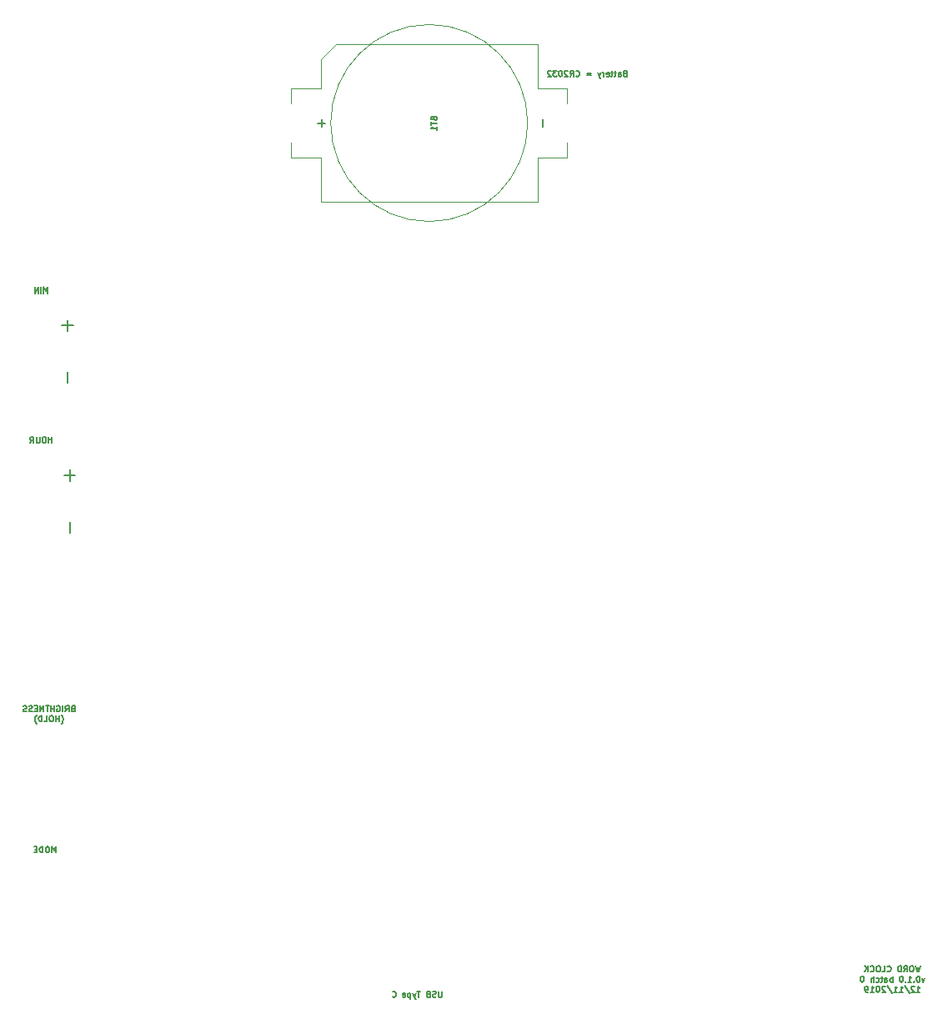
<source format=gbr>
G04 #@! TF.GenerationSoftware,KiCad,Pcbnew,(5.1.4)-1*
G04 #@! TF.CreationDate,2019-12-11T21:26:34-05:00*
G04 #@! TF.ProjectId,main,6d61696e-2e6b-4696-9361-645f70636258,rev?*
G04 #@! TF.SameCoordinates,Original*
G04 #@! TF.FileFunction,Legend,Bot*
G04 #@! TF.FilePolarity,Positive*
%FSLAX46Y46*%
G04 Gerber Fmt 4.6, Leading zero omitted, Abs format (unit mm)*
G04 Created by KiCad (PCBNEW (5.1.4)-1) date 2019-12-11 21:26:34*
%MOMM*%
%LPD*%
G04 APERTURE LIST*
%ADD10C,0.130000*%
%ADD11C,0.060000*%
%ADD12C,0.120000*%
%ADD13C,0.150000*%
G04 APERTURE END LIST*
D10*
X43080000Y-98539428D02*
X43080000Y-99025142D01*
X43051428Y-99082285D01*
X43022857Y-99110857D01*
X42965714Y-99139428D01*
X42851428Y-99139428D01*
X42794285Y-99110857D01*
X42765714Y-99082285D01*
X42737142Y-99025142D01*
X42737142Y-98539428D01*
X42480000Y-99110857D02*
X42394285Y-99139428D01*
X42251428Y-99139428D01*
X42194285Y-99110857D01*
X42165714Y-99082285D01*
X42137142Y-99025142D01*
X42137142Y-98968000D01*
X42165714Y-98910857D01*
X42194285Y-98882285D01*
X42251428Y-98853714D01*
X42365714Y-98825142D01*
X42422857Y-98796571D01*
X42451428Y-98768000D01*
X42480000Y-98710857D01*
X42480000Y-98653714D01*
X42451428Y-98596571D01*
X42422857Y-98568000D01*
X42365714Y-98539428D01*
X42222857Y-98539428D01*
X42137142Y-98568000D01*
X41680000Y-98825142D02*
X41594285Y-98853714D01*
X41565714Y-98882285D01*
X41537142Y-98939428D01*
X41537142Y-99025142D01*
X41565714Y-99082285D01*
X41594285Y-99110857D01*
X41651428Y-99139428D01*
X41880000Y-99139428D01*
X41880000Y-98539428D01*
X41680000Y-98539428D01*
X41622857Y-98568000D01*
X41594285Y-98596571D01*
X41565714Y-98653714D01*
X41565714Y-98710857D01*
X41594285Y-98768000D01*
X41622857Y-98796571D01*
X41680000Y-98825142D01*
X41880000Y-98825142D01*
X40908571Y-98539428D02*
X40565714Y-98539428D01*
X40737142Y-99139428D02*
X40737142Y-98539428D01*
X40422857Y-98739428D02*
X40280000Y-99139428D01*
X40137142Y-98739428D02*
X40280000Y-99139428D01*
X40337142Y-99282285D01*
X40365714Y-99310857D01*
X40422857Y-99339428D01*
X39908571Y-98739428D02*
X39908571Y-99339428D01*
X39908571Y-98768000D02*
X39851428Y-98739428D01*
X39737142Y-98739428D01*
X39680000Y-98768000D01*
X39651428Y-98796571D01*
X39622857Y-98853714D01*
X39622857Y-99025142D01*
X39651428Y-99082285D01*
X39680000Y-99110857D01*
X39737142Y-99139428D01*
X39851428Y-99139428D01*
X39908571Y-99110857D01*
X39137142Y-99110857D02*
X39194285Y-99139428D01*
X39308571Y-99139428D01*
X39365714Y-99110857D01*
X39394285Y-99053714D01*
X39394285Y-98825142D01*
X39365714Y-98768000D01*
X39308571Y-98739428D01*
X39194285Y-98739428D01*
X39137142Y-98768000D01*
X39108571Y-98825142D01*
X39108571Y-98882285D01*
X39394285Y-98939428D01*
X38051428Y-99082285D02*
X38080000Y-99110857D01*
X38165714Y-99139428D01*
X38222857Y-99139428D01*
X38308571Y-99110857D01*
X38365714Y-99053714D01*
X38394285Y-98996571D01*
X38422857Y-98882285D01*
X38422857Y-98796571D01*
X38394285Y-98682285D01*
X38365714Y-98625142D01*
X38308571Y-98568000D01*
X38222857Y-98539428D01*
X38165714Y-98539428D01*
X38080000Y-98568000D01*
X38051428Y-98596571D01*
X61666285Y-5353142D02*
X61580571Y-5381714D01*
X61552000Y-5410285D01*
X61523428Y-5467428D01*
X61523428Y-5553142D01*
X61552000Y-5610285D01*
X61580571Y-5638857D01*
X61637714Y-5667428D01*
X61866285Y-5667428D01*
X61866285Y-5067428D01*
X61666285Y-5067428D01*
X61609142Y-5096000D01*
X61580571Y-5124571D01*
X61552000Y-5181714D01*
X61552000Y-5238857D01*
X61580571Y-5296000D01*
X61609142Y-5324571D01*
X61666285Y-5353142D01*
X61866285Y-5353142D01*
X61009142Y-5667428D02*
X61009142Y-5353142D01*
X61037714Y-5296000D01*
X61094857Y-5267428D01*
X61209142Y-5267428D01*
X61266285Y-5296000D01*
X61009142Y-5638857D02*
X61066285Y-5667428D01*
X61209142Y-5667428D01*
X61266285Y-5638857D01*
X61294857Y-5581714D01*
X61294857Y-5524571D01*
X61266285Y-5467428D01*
X61209142Y-5438857D01*
X61066285Y-5438857D01*
X61009142Y-5410285D01*
X60809142Y-5267428D02*
X60580571Y-5267428D01*
X60723428Y-5067428D02*
X60723428Y-5581714D01*
X60694857Y-5638857D01*
X60637714Y-5667428D01*
X60580571Y-5667428D01*
X60466285Y-5267428D02*
X60237714Y-5267428D01*
X60380571Y-5067428D02*
X60380571Y-5581714D01*
X60352000Y-5638857D01*
X60294857Y-5667428D01*
X60237714Y-5667428D01*
X59809142Y-5638857D02*
X59866285Y-5667428D01*
X59980571Y-5667428D01*
X60037714Y-5638857D01*
X60066285Y-5581714D01*
X60066285Y-5353142D01*
X60037714Y-5296000D01*
X59980571Y-5267428D01*
X59866285Y-5267428D01*
X59809142Y-5296000D01*
X59780571Y-5353142D01*
X59780571Y-5410285D01*
X60066285Y-5467428D01*
X59523428Y-5667428D02*
X59523428Y-5267428D01*
X59523428Y-5381714D02*
X59494857Y-5324571D01*
X59466285Y-5296000D01*
X59409142Y-5267428D01*
X59352000Y-5267428D01*
X59209142Y-5267428D02*
X59066285Y-5667428D01*
X58923428Y-5267428D02*
X59066285Y-5667428D01*
X59123428Y-5810285D01*
X59152000Y-5838857D01*
X59209142Y-5867428D01*
X58237714Y-5353142D02*
X57780571Y-5353142D01*
X57780571Y-5524571D02*
X58237714Y-5524571D01*
X56694857Y-5610285D02*
X56723428Y-5638857D01*
X56809142Y-5667428D01*
X56866285Y-5667428D01*
X56952000Y-5638857D01*
X57009142Y-5581714D01*
X57037714Y-5524571D01*
X57066285Y-5410285D01*
X57066285Y-5324571D01*
X57037714Y-5210285D01*
X57009142Y-5153142D01*
X56952000Y-5096000D01*
X56866285Y-5067428D01*
X56809142Y-5067428D01*
X56723428Y-5096000D01*
X56694857Y-5124571D01*
X56094857Y-5667428D02*
X56294857Y-5381714D01*
X56437714Y-5667428D02*
X56437714Y-5067428D01*
X56209142Y-5067428D01*
X56152000Y-5096000D01*
X56123428Y-5124571D01*
X56094857Y-5181714D01*
X56094857Y-5267428D01*
X56123428Y-5324571D01*
X56152000Y-5353142D01*
X56209142Y-5381714D01*
X56437714Y-5381714D01*
X55866285Y-5124571D02*
X55837714Y-5096000D01*
X55780571Y-5067428D01*
X55637714Y-5067428D01*
X55580571Y-5096000D01*
X55552000Y-5124571D01*
X55523428Y-5181714D01*
X55523428Y-5238857D01*
X55552000Y-5324571D01*
X55894857Y-5667428D01*
X55523428Y-5667428D01*
X55152000Y-5067428D02*
X55094857Y-5067428D01*
X55037714Y-5096000D01*
X55009142Y-5124571D01*
X54980571Y-5181714D01*
X54952000Y-5296000D01*
X54952000Y-5438857D01*
X54980571Y-5553142D01*
X55009142Y-5610285D01*
X55037714Y-5638857D01*
X55094857Y-5667428D01*
X55152000Y-5667428D01*
X55209142Y-5638857D01*
X55237714Y-5610285D01*
X55266285Y-5553142D01*
X55294857Y-5438857D01*
X55294857Y-5296000D01*
X55266285Y-5181714D01*
X55237714Y-5124571D01*
X55209142Y-5096000D01*
X55152000Y-5067428D01*
X54752000Y-5067428D02*
X54380571Y-5067428D01*
X54580571Y-5296000D01*
X54494857Y-5296000D01*
X54437714Y-5324571D01*
X54409142Y-5353142D01*
X54380571Y-5410285D01*
X54380571Y-5553142D01*
X54409142Y-5610285D01*
X54437714Y-5638857D01*
X54494857Y-5667428D01*
X54666285Y-5667428D01*
X54723428Y-5638857D01*
X54752000Y-5610285D01*
X54152000Y-5124571D02*
X54123428Y-5096000D01*
X54066285Y-5067428D01*
X53923428Y-5067428D01*
X53866285Y-5096000D01*
X53837714Y-5124571D01*
X53809142Y-5181714D01*
X53809142Y-5238857D01*
X53837714Y-5324571D01*
X54180571Y-5667428D01*
X53809142Y-5667428D01*
X91697142Y-95985428D02*
X91554285Y-96585428D01*
X91440000Y-96156857D01*
X91325714Y-96585428D01*
X91182857Y-95985428D01*
X90840000Y-95985428D02*
X90725714Y-95985428D01*
X90668571Y-96014000D01*
X90611428Y-96071142D01*
X90582857Y-96185428D01*
X90582857Y-96385428D01*
X90611428Y-96499714D01*
X90668571Y-96556857D01*
X90725714Y-96585428D01*
X90840000Y-96585428D01*
X90897142Y-96556857D01*
X90954285Y-96499714D01*
X90982857Y-96385428D01*
X90982857Y-96185428D01*
X90954285Y-96071142D01*
X90897142Y-96014000D01*
X90840000Y-95985428D01*
X89982857Y-96585428D02*
X90182857Y-96299714D01*
X90325714Y-96585428D02*
X90325714Y-95985428D01*
X90097142Y-95985428D01*
X90040000Y-96014000D01*
X90011428Y-96042571D01*
X89982857Y-96099714D01*
X89982857Y-96185428D01*
X90011428Y-96242571D01*
X90040000Y-96271142D01*
X90097142Y-96299714D01*
X90325714Y-96299714D01*
X89725714Y-96585428D02*
X89725714Y-95985428D01*
X89582857Y-95985428D01*
X89497142Y-96014000D01*
X89440000Y-96071142D01*
X89411428Y-96128285D01*
X89382857Y-96242571D01*
X89382857Y-96328285D01*
X89411428Y-96442571D01*
X89440000Y-96499714D01*
X89497142Y-96556857D01*
X89582857Y-96585428D01*
X89725714Y-96585428D01*
X88325714Y-96528285D02*
X88354285Y-96556857D01*
X88440000Y-96585428D01*
X88497142Y-96585428D01*
X88582857Y-96556857D01*
X88640000Y-96499714D01*
X88668571Y-96442571D01*
X88697142Y-96328285D01*
X88697142Y-96242571D01*
X88668571Y-96128285D01*
X88640000Y-96071142D01*
X88582857Y-96014000D01*
X88497142Y-95985428D01*
X88440000Y-95985428D01*
X88354285Y-96014000D01*
X88325714Y-96042571D01*
X87782857Y-96585428D02*
X88068571Y-96585428D01*
X88068571Y-95985428D01*
X87468571Y-95985428D02*
X87354285Y-95985428D01*
X87297142Y-96014000D01*
X87240000Y-96071142D01*
X87211428Y-96185428D01*
X87211428Y-96385428D01*
X87240000Y-96499714D01*
X87297142Y-96556857D01*
X87354285Y-96585428D01*
X87468571Y-96585428D01*
X87525714Y-96556857D01*
X87582857Y-96499714D01*
X87611428Y-96385428D01*
X87611428Y-96185428D01*
X87582857Y-96071142D01*
X87525714Y-96014000D01*
X87468571Y-95985428D01*
X86611428Y-96528285D02*
X86640000Y-96556857D01*
X86725714Y-96585428D01*
X86782857Y-96585428D01*
X86868571Y-96556857D01*
X86925714Y-96499714D01*
X86954285Y-96442571D01*
X86982857Y-96328285D01*
X86982857Y-96242571D01*
X86954285Y-96128285D01*
X86925714Y-96071142D01*
X86868571Y-96014000D01*
X86782857Y-95985428D01*
X86725714Y-95985428D01*
X86640000Y-96014000D01*
X86611428Y-96042571D01*
X86354285Y-96585428D02*
X86354285Y-95985428D01*
X86011428Y-96585428D02*
X86268571Y-96242571D01*
X86011428Y-95985428D02*
X86354285Y-96328285D01*
X92111428Y-97215428D02*
X91968571Y-97615428D01*
X91825714Y-97215428D01*
X91482857Y-97015428D02*
X91425714Y-97015428D01*
X91368571Y-97044000D01*
X91340000Y-97072571D01*
X91311428Y-97129714D01*
X91282857Y-97244000D01*
X91282857Y-97386857D01*
X91311428Y-97501142D01*
X91340000Y-97558285D01*
X91368571Y-97586857D01*
X91425714Y-97615428D01*
X91482857Y-97615428D01*
X91540000Y-97586857D01*
X91568571Y-97558285D01*
X91597142Y-97501142D01*
X91625714Y-97386857D01*
X91625714Y-97244000D01*
X91597142Y-97129714D01*
X91568571Y-97072571D01*
X91540000Y-97044000D01*
X91482857Y-97015428D01*
X91025714Y-97558285D02*
X90997142Y-97586857D01*
X91025714Y-97615428D01*
X91054285Y-97586857D01*
X91025714Y-97558285D01*
X91025714Y-97615428D01*
X90425714Y-97615428D02*
X90768571Y-97615428D01*
X90597142Y-97615428D02*
X90597142Y-97015428D01*
X90654285Y-97101142D01*
X90711428Y-97158285D01*
X90768571Y-97186857D01*
X90168571Y-97558285D02*
X90140000Y-97586857D01*
X90168571Y-97615428D01*
X90197142Y-97586857D01*
X90168571Y-97558285D01*
X90168571Y-97615428D01*
X89768571Y-97015428D02*
X89711428Y-97015428D01*
X89654285Y-97044000D01*
X89625714Y-97072571D01*
X89597142Y-97129714D01*
X89568571Y-97244000D01*
X89568571Y-97386857D01*
X89597142Y-97501142D01*
X89625714Y-97558285D01*
X89654285Y-97586857D01*
X89711428Y-97615428D01*
X89768571Y-97615428D01*
X89825714Y-97586857D01*
X89854285Y-97558285D01*
X89882857Y-97501142D01*
X89911428Y-97386857D01*
X89911428Y-97244000D01*
X89882857Y-97129714D01*
X89854285Y-97072571D01*
X89825714Y-97044000D01*
X89768571Y-97015428D01*
X88854285Y-97615428D02*
X88854285Y-97015428D01*
X88854285Y-97244000D02*
X88797142Y-97215428D01*
X88682857Y-97215428D01*
X88625714Y-97244000D01*
X88597142Y-97272571D01*
X88568571Y-97329714D01*
X88568571Y-97501142D01*
X88597142Y-97558285D01*
X88625714Y-97586857D01*
X88682857Y-97615428D01*
X88797142Y-97615428D01*
X88854285Y-97586857D01*
X88054285Y-97615428D02*
X88054285Y-97301142D01*
X88082857Y-97244000D01*
X88140000Y-97215428D01*
X88254285Y-97215428D01*
X88311428Y-97244000D01*
X88054285Y-97586857D02*
X88111428Y-97615428D01*
X88254285Y-97615428D01*
X88311428Y-97586857D01*
X88340000Y-97529714D01*
X88340000Y-97472571D01*
X88311428Y-97415428D01*
X88254285Y-97386857D01*
X88111428Y-97386857D01*
X88054285Y-97358285D01*
X87854285Y-97215428D02*
X87625714Y-97215428D01*
X87768571Y-97015428D02*
X87768571Y-97529714D01*
X87740000Y-97586857D01*
X87682857Y-97615428D01*
X87625714Y-97615428D01*
X87168571Y-97586857D02*
X87225714Y-97615428D01*
X87340000Y-97615428D01*
X87397142Y-97586857D01*
X87425714Y-97558285D01*
X87454285Y-97501142D01*
X87454285Y-97329714D01*
X87425714Y-97272571D01*
X87397142Y-97244000D01*
X87340000Y-97215428D01*
X87225714Y-97215428D01*
X87168571Y-97244000D01*
X86911428Y-97615428D02*
X86911428Y-97015428D01*
X86654285Y-97615428D02*
X86654285Y-97301142D01*
X86682857Y-97244000D01*
X86740000Y-97215428D01*
X86825714Y-97215428D01*
X86882857Y-97244000D01*
X86911428Y-97272571D01*
X85797142Y-97015428D02*
X85740000Y-97015428D01*
X85682857Y-97044000D01*
X85654285Y-97072571D01*
X85625714Y-97129714D01*
X85597142Y-97244000D01*
X85597142Y-97386857D01*
X85625714Y-97501142D01*
X85654285Y-97558285D01*
X85682857Y-97586857D01*
X85740000Y-97615428D01*
X85797142Y-97615428D01*
X85854285Y-97586857D01*
X85882857Y-97558285D01*
X85911428Y-97501142D01*
X85940000Y-97386857D01*
X85940000Y-97244000D01*
X85911428Y-97129714D01*
X85882857Y-97072571D01*
X85854285Y-97044000D01*
X85797142Y-97015428D01*
X91297142Y-98645428D02*
X91640000Y-98645428D01*
X91468571Y-98645428D02*
X91468571Y-98045428D01*
X91525714Y-98131142D01*
X91582857Y-98188285D01*
X91640000Y-98216857D01*
X91068571Y-98102571D02*
X91040000Y-98074000D01*
X90982857Y-98045428D01*
X90840000Y-98045428D01*
X90782857Y-98074000D01*
X90754285Y-98102571D01*
X90725714Y-98159714D01*
X90725714Y-98216857D01*
X90754285Y-98302571D01*
X91097142Y-98645428D01*
X90725714Y-98645428D01*
X90040000Y-98016857D02*
X90554285Y-98788285D01*
X89525714Y-98645428D02*
X89868571Y-98645428D01*
X89697142Y-98645428D02*
X89697142Y-98045428D01*
X89754285Y-98131142D01*
X89811428Y-98188285D01*
X89868571Y-98216857D01*
X88954285Y-98645428D02*
X89297142Y-98645428D01*
X89125714Y-98645428D02*
X89125714Y-98045428D01*
X89182857Y-98131142D01*
X89240000Y-98188285D01*
X89297142Y-98216857D01*
X88268571Y-98016857D02*
X88782857Y-98788285D01*
X88097142Y-98102571D02*
X88068571Y-98074000D01*
X88011428Y-98045428D01*
X87868571Y-98045428D01*
X87811428Y-98074000D01*
X87782857Y-98102571D01*
X87754285Y-98159714D01*
X87754285Y-98216857D01*
X87782857Y-98302571D01*
X88125714Y-98645428D01*
X87754285Y-98645428D01*
X87382857Y-98045428D02*
X87325714Y-98045428D01*
X87268571Y-98074000D01*
X87240000Y-98102571D01*
X87211428Y-98159714D01*
X87182857Y-98274000D01*
X87182857Y-98416857D01*
X87211428Y-98531142D01*
X87240000Y-98588285D01*
X87268571Y-98616857D01*
X87325714Y-98645428D01*
X87382857Y-98645428D01*
X87440000Y-98616857D01*
X87468571Y-98588285D01*
X87497142Y-98531142D01*
X87525714Y-98416857D01*
X87525714Y-98274000D01*
X87497142Y-98159714D01*
X87468571Y-98102571D01*
X87440000Y-98074000D01*
X87382857Y-98045428D01*
X86611428Y-98645428D02*
X86954285Y-98645428D01*
X86782857Y-98645428D02*
X86782857Y-98045428D01*
X86840000Y-98131142D01*
X86897142Y-98188285D01*
X86954285Y-98216857D01*
X86325714Y-98645428D02*
X86211428Y-98645428D01*
X86154285Y-98616857D01*
X86125714Y-98588285D01*
X86068571Y-98502571D01*
X86040000Y-98388285D01*
X86040000Y-98159714D01*
X86068571Y-98102571D01*
X86097142Y-98074000D01*
X86154285Y-98045428D01*
X86268571Y-98045428D01*
X86325714Y-98074000D01*
X86354285Y-98102571D01*
X86382857Y-98159714D01*
X86382857Y-98302571D01*
X86354285Y-98359714D01*
X86325714Y-98388285D01*
X86268571Y-98416857D01*
X86154285Y-98416857D01*
X86097142Y-98388285D01*
X86068571Y-98359714D01*
X86040000Y-98302571D01*
X5092857Y-36814285D02*
X5092857Y-35671428D01*
X5092857Y-31528571D02*
X5092857Y-30385714D01*
X4521428Y-30957142D02*
X5664285Y-30957142D01*
X5292857Y-52014285D02*
X5292857Y-50871428D01*
X5292857Y-46728571D02*
X5292857Y-45585714D01*
X4721428Y-46157142D02*
X5864285Y-46157142D01*
X3057142Y-27671428D02*
X3057142Y-27071428D01*
X2857142Y-27500000D01*
X2657142Y-27071428D01*
X2657142Y-27671428D01*
X2371428Y-27671428D02*
X2371428Y-27071428D01*
X2085714Y-27671428D02*
X2085714Y-27071428D01*
X1742857Y-27671428D01*
X1742857Y-27071428D01*
X3500000Y-42871428D02*
X3500000Y-42271428D01*
X3500000Y-42557142D02*
X3157142Y-42557142D01*
X3157142Y-42871428D02*
X3157142Y-42271428D01*
X2757142Y-42271428D02*
X2642857Y-42271428D01*
X2585714Y-42300000D01*
X2528571Y-42357142D01*
X2500000Y-42471428D01*
X2500000Y-42671428D01*
X2528571Y-42785714D01*
X2585714Y-42842857D01*
X2642857Y-42871428D01*
X2757142Y-42871428D01*
X2814285Y-42842857D01*
X2871428Y-42785714D01*
X2900000Y-42671428D01*
X2900000Y-42471428D01*
X2871428Y-42357142D01*
X2814285Y-42300000D01*
X2757142Y-42271428D01*
X2242857Y-42271428D02*
X2242857Y-42757142D01*
X2214285Y-42814285D01*
X2185714Y-42842857D01*
X2128571Y-42871428D01*
X2014285Y-42871428D01*
X1957142Y-42842857D01*
X1928571Y-42814285D01*
X1899999Y-42757142D01*
X1899999Y-42271428D01*
X1271428Y-42871428D02*
X1471428Y-42585714D01*
X1614285Y-42871428D02*
X1614285Y-42271428D01*
X1385714Y-42271428D01*
X1328571Y-42300000D01*
X1299999Y-42328571D01*
X1271428Y-42385714D01*
X1271428Y-42471428D01*
X1299999Y-42528571D01*
X1328571Y-42557142D01*
X1385714Y-42585714D01*
X1614285Y-42585714D01*
X5600000Y-69842142D02*
X5514285Y-69870714D01*
X5485714Y-69899285D01*
X5457142Y-69956428D01*
X5457142Y-70042142D01*
X5485714Y-70099285D01*
X5514285Y-70127857D01*
X5571428Y-70156428D01*
X5800000Y-70156428D01*
X5800000Y-69556428D01*
X5600000Y-69556428D01*
X5542857Y-69585000D01*
X5514285Y-69613571D01*
X5485714Y-69670714D01*
X5485714Y-69727857D01*
X5514285Y-69785000D01*
X5542857Y-69813571D01*
X5600000Y-69842142D01*
X5800000Y-69842142D01*
X4857142Y-70156428D02*
X5057142Y-69870714D01*
X5200000Y-70156428D02*
X5200000Y-69556428D01*
X4971428Y-69556428D01*
X4914285Y-69585000D01*
X4885714Y-69613571D01*
X4857142Y-69670714D01*
X4857142Y-69756428D01*
X4885714Y-69813571D01*
X4914285Y-69842142D01*
X4971428Y-69870714D01*
X5200000Y-69870714D01*
X4600000Y-70156428D02*
X4600000Y-69556428D01*
X4000000Y-69585000D02*
X4057142Y-69556428D01*
X4142857Y-69556428D01*
X4228571Y-69585000D01*
X4285714Y-69642142D01*
X4314285Y-69699285D01*
X4342857Y-69813571D01*
X4342857Y-69899285D01*
X4314285Y-70013571D01*
X4285714Y-70070714D01*
X4228571Y-70127857D01*
X4142857Y-70156428D01*
X4085714Y-70156428D01*
X4000000Y-70127857D01*
X3971428Y-70099285D01*
X3971428Y-69899285D01*
X4085714Y-69899285D01*
X3714285Y-70156428D02*
X3714285Y-69556428D01*
X3714285Y-69842142D02*
X3371428Y-69842142D01*
X3371428Y-70156428D02*
X3371428Y-69556428D01*
X3171428Y-69556428D02*
X2828571Y-69556428D01*
X3000000Y-70156428D02*
X3000000Y-69556428D01*
X2628571Y-70156428D02*
X2628571Y-69556428D01*
X2285714Y-70156428D01*
X2285714Y-69556428D01*
X2000000Y-69842142D02*
X1800000Y-69842142D01*
X1714285Y-70156428D02*
X2000000Y-70156428D01*
X2000000Y-69556428D01*
X1714285Y-69556428D01*
X1485714Y-70127857D02*
X1400000Y-70156428D01*
X1257142Y-70156428D01*
X1200000Y-70127857D01*
X1171428Y-70099285D01*
X1142857Y-70042142D01*
X1142857Y-69985000D01*
X1171428Y-69927857D01*
X1200000Y-69899285D01*
X1257142Y-69870714D01*
X1371428Y-69842142D01*
X1428571Y-69813571D01*
X1457142Y-69785000D01*
X1485714Y-69727857D01*
X1485714Y-69670714D01*
X1457142Y-69613571D01*
X1428571Y-69585000D01*
X1371428Y-69556428D01*
X1228571Y-69556428D01*
X1142857Y-69585000D01*
X914285Y-70127857D02*
X828571Y-70156428D01*
X685714Y-70156428D01*
X628571Y-70127857D01*
X600000Y-70099285D01*
X571428Y-70042142D01*
X571428Y-69985000D01*
X600000Y-69927857D01*
X628571Y-69899285D01*
X685714Y-69870714D01*
X800000Y-69842142D01*
X857142Y-69813571D01*
X885714Y-69785000D01*
X914285Y-69727857D01*
X914285Y-69670714D01*
X885714Y-69613571D01*
X857142Y-69585000D01*
X800000Y-69556428D01*
X657142Y-69556428D01*
X571428Y-69585000D01*
X4457142Y-71415000D02*
X4485714Y-71386428D01*
X4542857Y-71300714D01*
X4571428Y-71243571D01*
X4600000Y-71157857D01*
X4628571Y-71015000D01*
X4628571Y-70900714D01*
X4600000Y-70757857D01*
X4571428Y-70672142D01*
X4542857Y-70615000D01*
X4485714Y-70529285D01*
X4457142Y-70500714D01*
X4228571Y-71186428D02*
X4228571Y-70586428D01*
X4228571Y-70872142D02*
X3885714Y-70872142D01*
X3885714Y-71186428D02*
X3885714Y-70586428D01*
X3485714Y-70586428D02*
X3371428Y-70586428D01*
X3314285Y-70615000D01*
X3257142Y-70672142D01*
X3228571Y-70786428D01*
X3228571Y-70986428D01*
X3257142Y-71100714D01*
X3314285Y-71157857D01*
X3371428Y-71186428D01*
X3485714Y-71186428D01*
X3542857Y-71157857D01*
X3600000Y-71100714D01*
X3628571Y-70986428D01*
X3628571Y-70786428D01*
X3600000Y-70672142D01*
X3542857Y-70615000D01*
X3485714Y-70586428D01*
X2685714Y-71186428D02*
X2971428Y-71186428D01*
X2971428Y-70586428D01*
X2485714Y-71186428D02*
X2485714Y-70586428D01*
X2342857Y-70586428D01*
X2257142Y-70615000D01*
X2200000Y-70672142D01*
X2171428Y-70729285D01*
X2142857Y-70843571D01*
X2142857Y-70929285D01*
X2171428Y-71043571D01*
X2200000Y-71100714D01*
X2257142Y-71157857D01*
X2342857Y-71186428D01*
X2485714Y-71186428D01*
X1942857Y-71415000D02*
X1914285Y-71386428D01*
X1857142Y-71300714D01*
X1828571Y-71243571D01*
X1800000Y-71157857D01*
X1771428Y-71015000D01*
X1771428Y-70900714D01*
X1800000Y-70757857D01*
X1828571Y-70672142D01*
X1857142Y-70615000D01*
X1914285Y-70529285D01*
X1942857Y-70500714D01*
X3885714Y-84471428D02*
X3885714Y-83871428D01*
X3685714Y-84300000D01*
X3485714Y-83871428D01*
X3485714Y-84471428D01*
X3085714Y-83871428D02*
X2971428Y-83871428D01*
X2914285Y-83900000D01*
X2857142Y-83957142D01*
X2828571Y-84071428D01*
X2828571Y-84271428D01*
X2857142Y-84385714D01*
X2914285Y-84442857D01*
X2971428Y-84471428D01*
X3085714Y-84471428D01*
X3142857Y-84442857D01*
X3200000Y-84385714D01*
X3228571Y-84271428D01*
X3228571Y-84071428D01*
X3200000Y-83957142D01*
X3142857Y-83900000D01*
X3085714Y-83871428D01*
X2571428Y-84471428D02*
X2571428Y-83871428D01*
X2428571Y-83871428D01*
X2342857Y-83900000D01*
X2285714Y-83957142D01*
X2257142Y-84014285D01*
X2228571Y-84128571D01*
X2228571Y-84214285D01*
X2257142Y-84328571D01*
X2285714Y-84385714D01*
X2342857Y-84442857D01*
X2428571Y-84471428D01*
X2571428Y-84471428D01*
X1971428Y-84157142D02*
X1771428Y-84157142D01*
X1685714Y-84471428D02*
X1971428Y-84471428D01*
X1971428Y-83871428D01*
X1685714Y-83871428D01*
D11*
X51800000Y-10400000D02*
G75*
G03X51800000Y-10400000I-10000000J0D01*
G01*
D12*
X32300000Y-2400000D02*
X30800000Y-3900000D01*
X52800000Y-18400000D02*
X41800000Y-18400000D01*
X52800000Y-18400000D02*
X52800000Y-13900000D01*
X30800000Y-18400000D02*
X41800000Y-18400000D01*
X30800000Y-13900000D02*
X30800000Y-18400000D01*
X55800000Y-13900000D02*
X52800000Y-13900000D01*
X55800000Y-13900000D02*
X55800000Y-12400000D01*
X32300000Y-2400000D02*
X41800000Y-2400000D01*
X30800000Y-3900000D02*
X30800000Y-6900000D01*
X27800000Y-6900000D02*
X30800000Y-6900000D01*
X27800000Y-6900000D02*
X27800000Y-8400000D01*
X27800000Y-13900000D02*
X30800000Y-13900000D01*
X27800000Y-12400000D02*
X27800000Y-13900000D01*
X52800000Y-2400000D02*
X41800000Y-2400000D01*
X52800000Y-6900000D02*
X52800000Y-2400000D01*
X55800000Y-6900000D02*
X52800000Y-6900000D01*
X55800000Y-8400000D02*
X55800000Y-6900000D01*
D10*
X42257142Y-9928571D02*
X42285714Y-10014285D01*
X42314285Y-10042857D01*
X42371428Y-10071428D01*
X42457142Y-10071428D01*
X42514285Y-10042857D01*
X42542857Y-10014285D01*
X42571428Y-9957142D01*
X42571428Y-9728571D01*
X41971428Y-9728571D01*
X41971428Y-9928571D01*
X42000000Y-9985714D01*
X42028571Y-10014285D01*
X42085714Y-10042857D01*
X42142857Y-10042857D01*
X42200000Y-10014285D01*
X42228571Y-9985714D01*
X42257142Y-9928571D01*
X42257142Y-9728571D01*
X41971428Y-10242857D02*
X41971428Y-10585714D01*
X42571428Y-10414285D02*
X41971428Y-10414285D01*
X42571428Y-11100000D02*
X42571428Y-10757142D01*
X42571428Y-10928571D02*
X41971428Y-10928571D01*
X42057142Y-10871428D01*
X42114285Y-10814285D01*
X42142857Y-10757142D01*
D13*
X53371428Y-10019047D02*
X53371428Y-10780952D01*
X30871428Y-10019047D02*
X30871428Y-10780952D01*
X31252380Y-10400000D02*
X30490476Y-10400000D01*
M02*

</source>
